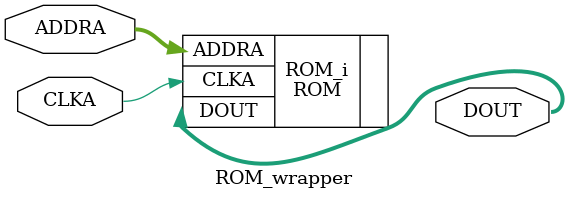
<source format=v>
`timescale 1 ps / 1 ps

module ROM_wrapper
   (ADDRA,
    CLKA,
    DOUT);
  input [11:0]ADDRA;
  input CLKA;
  output [7:0]DOUT;

  wire [11:0]ADDRA;
  wire CLKA;
  wire [7:0]DOUT;

  ROM ROM_i
       (.ADDRA(ADDRA),
        .CLKA(CLKA),
        .DOUT(DOUT));
endmodule

</source>
